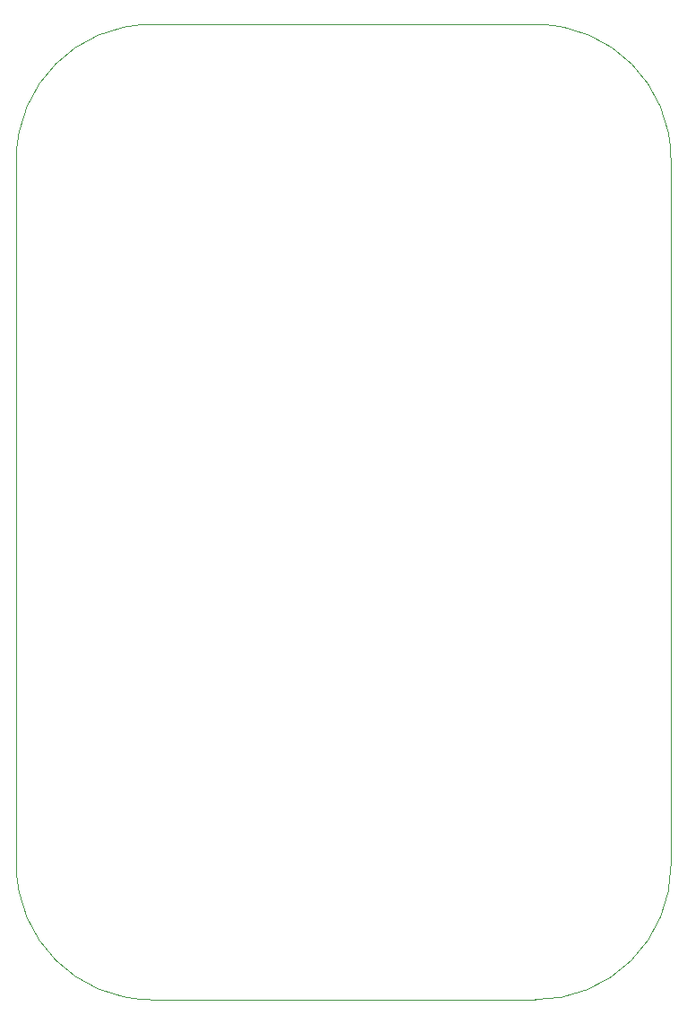
<source format=gbr>
%TF.GenerationSoftware,KiCad,Pcbnew,(5.1.10)-1*%
%TF.CreationDate,2021-09-06T20:05:53-04:00*%
%TF.ProjectId,BeagleBone-Black-Cape,42656167-6c65-4426-9f6e-652d426c6163,rev?*%
%TF.SameCoordinates,Original*%
%TF.FileFunction,Profile,NP*%
%FSLAX46Y46*%
G04 Gerber Fmt 4.6, Leading zero omitted, Abs format (unit mm)*
G04 Created by KiCad (PCBNEW (5.1.10)-1) date 2021-09-06 20:05:53*
%MOMM*%
%LPD*%
G01*
G04 APERTURE LIST*
%TA.AperFunction,Profile*%
%ADD10C,0.002540*%
%TD*%
G04 APERTURE END LIST*
D10*
X123151900Y-36981765D02*
X159626294Y-36982400D01*
X123151900Y-36981765D02*
G75*
G03*
X110451900Y-49681765I0J-12700000D01*
G01*
X172326294Y-49682400D02*
G75*
G03*
X159626294Y-36982400I-12700000J0D01*
G01*
X110451900Y-116357400D02*
X110451900Y-49681765D01*
X123151900Y-129057400D02*
X159499300Y-129057400D01*
X172326294Y-116358035D02*
X172326294Y-49682400D01*
X110451900Y-116357400D02*
G75*
G03*
X123151900Y-129057400I12700000J0D01*
G01*
X159499300Y-129057400D02*
G75*
G03*
X172326294Y-116358035I126994J12699365D01*
G01*
M02*

</source>
